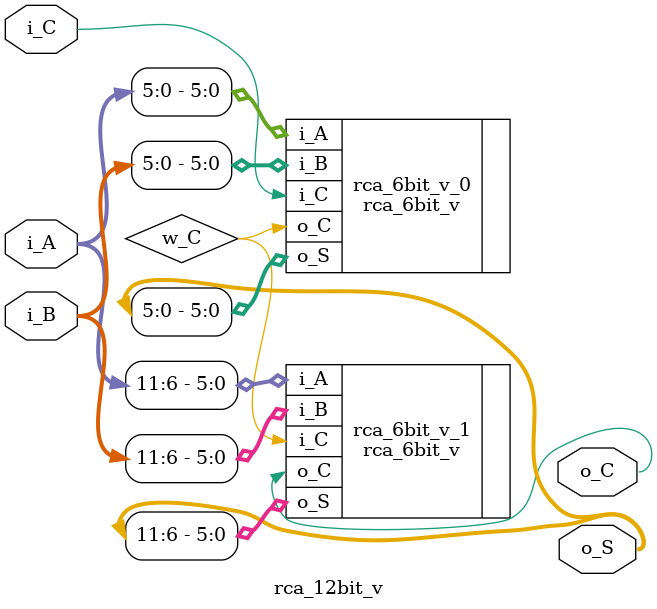
<source format=v>
module rca_12bit_v (
  input [11:0] i_A,
  input [11:0] i_B,
  input i_C,
  output [11:0] o_S,
  output o_C
  );

  wire w_C;
  rca_6bit_v rca_6bit_v_0(
    .i_A(i_A[5:0]),
    .i_B(i_B[5:0]),
    .i_C(i_C),
    .o_S(o_S[5:0]),
    .o_C(w_C)
    );

  rca_6bit_v rca_6bit_v_1(
    .i_A(i_A[11:6]),
    .i_B(i_B[11:6]),
    .i_C(w_C),
    .o_S(o_S[11:6]),
    .o_C(o_C)
    );
endmodule // rca_4bit_v

</source>
